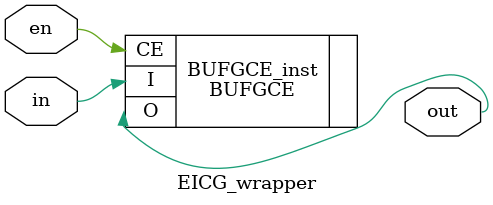
<source format=v>
module EICG_wrapper(
  output out,
  input en,
  input in
);

  BUFGCE #(
    .CE_TYPE("SYNC"),
    .IS_CE_INVERTED(1'b0),
    .IS_I_INVERTED(1'b0)
  ) BUFGCE_inst (
    .O(out),
    .CE(en),
    .I(in)
  );

endmodule

</source>
